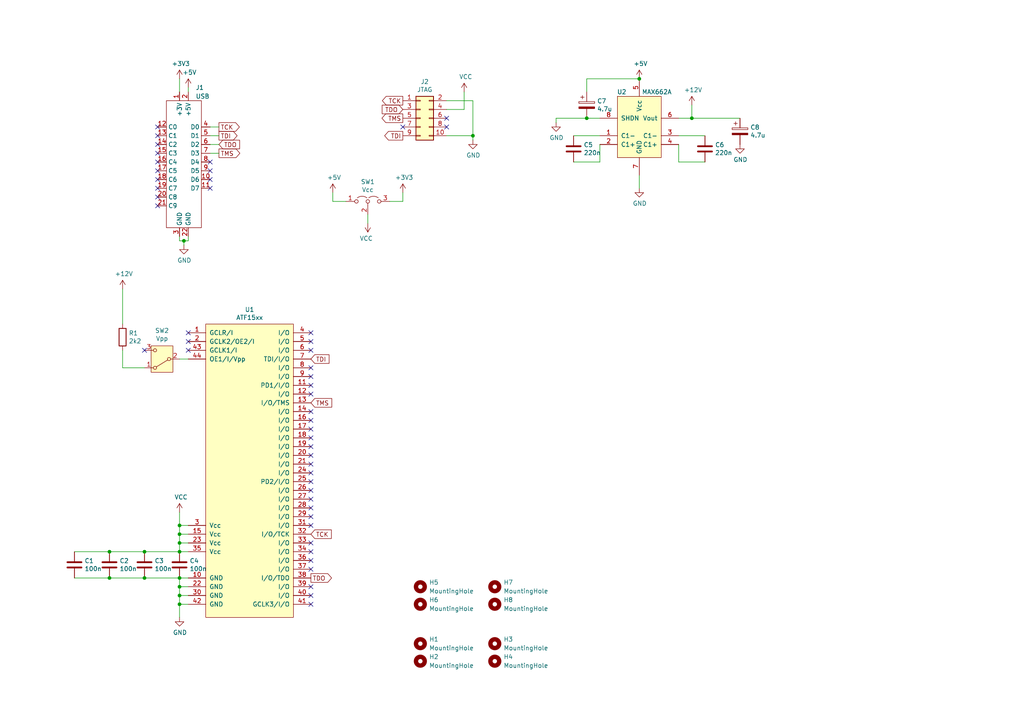
<source format=kicad_sch>
(kicad_sch (version 20250114) (generator "eeschema") (generator_version "9.0")
  (paper "A4")
  (title_block (title "ATF1504 - FT232HQ Adapter Shield") (date "2019-11-20") (rev "1") (company "hackup.net"))
  (lib_symbols
    (symbol "ATF2FT232HQ-rescue:+12V-power" (power) (pin_names (offset 0))
      (property "Value" "power_+12V" (at 0 3.556 0))
      (symbol "+12V-power_0_1"
        (polyline (pts (xy -0.762 1.27) (xy 0 2.54)))
        (polyline (pts (xy 0 2.54) (xy 0.762 1.27)))
        (polyline (pts (xy 0 0) (xy 0 2.54)))
      )
      (symbol "+12V-power_1_1"
        (pin power_in line (at 0 0 90) (length 0) (hide yes) (name "+12V") (number "1"))
      )
    )
    (symbol "ATF2FT232HQ-rescue:+3V3-power" (power) (pin_names (offset 0))
      (property "Value" "power_+3V3" (at 0 3.556 0))
      (symbol "+3V3-power_0_1"
        (polyline (pts (xy -0.762 1.27) (xy 0 2.54)))
        (polyline (pts (xy 0 2.54) (xy 0.762 1.27)))
        (polyline (pts (xy 0 0) (xy 0 2.54)))
      )
      (symbol "+3V3-power_1_1"
        (pin power_in line (at 0 0 90) (length 0) (hide yes) (name "+3V3") (number "1"))
      )
    )
    (symbol "ATF2FT232HQ-rescue:+5V-power" (power) (pin_names (offset 0))
      (property "Value" "power_+5V" (at 0 3.556 0))
      (symbol "+5V-power_0_1"
        (polyline (pts (xy -0.762 1.27) (xy 0 2.54)))
        (polyline (pts (xy 0 2.54) (xy 0.762 1.27)))
        (polyline (pts (xy 0 0) (xy 0 2.54)))
      )
      (symbol "+5V-power_1_1"
        (pin power_in line (at 0 0 90) (length 0) (hide yes) (name "+5V") (number "1"))
      )
    )
    (symbol "ATF2FT232HQ-rescue:ATF1504AS-10JU44-hackup" (pin_names (offset 1.016))
      (property "Reference" "U" (at 0 0 0))
      (property "Value" "hackup_ATF1504AS-10JU44" (at -5.08 13.97 90))
      (symbol "ATF1504AS-10JU44-hackup_0_1"
        (rectangle (start 12.7 49.53) (end -12.7 -35.56) (fill (type background)))
      )
      (symbol "ATF1504AS-10JU44-hackup_1_1"
        (pin input line (at -17.78 46.99 0) (length 5.08) (name "GCLR/I") (number "1"))
        (pin input line (at -17.78 44.45 0) (length 5.08) (name "GCLK2/OE2/I") (number "2"))
        (pin input line (at -17.78 41.91 0) (length 5.08) (name "GCLK1/I") (number "43"))
        (pin input line (at -17.78 39.37 0) (length 5.08) (name "OE1/I/Vpp") (number "44"))
        (pin power_in line (at -17.78 -8.89 0) (length 5.08) (name "Vcc") (number "3"))
        (pin power_in line (at -17.78 -11.43 0) (length 5.08) (name "Vcc") (number "15"))
        (pin power_in line (at -17.78 -13.97 0) (length 5.08) (name "Vcc") (number "23"))
        (pin power_in line (at -17.78 -16.51 0) (length 5.08) (name "Vcc") (number "35"))
        (pin power_in line (at -17.78 -24.13 0) (length 5.08) (name "GND") (number "10"))
        (pin power_in line (at -17.78 -26.67 0) (length 5.08) (name "GND") (number "22"))
        (pin power_in line (at -17.78 -29.21 0) (length 5.08) (name "GND") (number "30"))
        (pin power_in line (at -17.78 -31.75 0) (length 5.08) (name "GND") (number "42"))
        (pin bidirectional line (at 17.78 46.99 180) (length 5.08) (name "I/O") (number "4"))
        (pin bidirectional line (at 17.78 44.45 180) (length 5.08) (name "I/O") (number "5"))
        (pin bidirectional line (at 17.78 41.91 180) (length 5.08) (name "I/O") (number "6"))
        (pin bidirectional line (at 17.78 39.37 180) (length 5.08) (name "TDI/I/O") (number "7"))
        (pin bidirectional line (at 17.78 36.83 180) (length 5.08) (name "I/O") (number "8"))
        (pin bidirectional line (at 17.78 34.29 180) (length 5.08) (name "I/O") (number "9"))
        (pin bidirectional line (at 17.78 31.75 180) (length 5.08) (name "PD1/I/O") (number "11"))
        (pin bidirectional line (at 17.78 29.21 180) (length 5.08) (name "I/O") (number "12"))
        (pin bidirectional line (at 17.78 26.67 180) (length 5.08) (name "I/O/TMS") (number "13"))
        (pin bidirectional line (at 17.78 24.13 180) (length 5.08) (name "I/O") (number "14"))
        (pin bidirectional line (at 17.78 21.59 180) (length 5.08) (name "I/O") (number "16"))
        (pin bidirectional line (at 17.78 19.05 180) (length 5.08) (name "I/O") (number "17"))
        (pin bidirectional line (at 17.78 16.51 180) (length 5.08) (name "I/O") (number "18"))
        (pin bidirectional line (at 17.78 13.97 180) (length 5.08) (name "I/O") (number "19"))
        (pin bidirectional line (at 17.78 11.43 180) (length 5.08) (name "I/O") (number "20"))
        (pin bidirectional line (at 17.78 8.89 180) (length 5.08) (name "I/O") (number "21"))
        (pin bidirectional line (at 17.78 6.35 180) (length 5.08) (name "I/O") (number "24"))
        (pin bidirectional line (at 17.78 3.81 180) (length 5.08) (name "PD2/I/O") (number "25"))
        (pin bidirectional line (at 17.78 1.27 180) (length 5.08) (name "I/O") (number "26"))
        (pin bidirectional line (at 17.78 -1.27 180) (length 5.08) (name "I/O") (number "27"))
        (pin bidirectional line (at 17.78 -3.81 180) (length 5.08) (name "I/O") (number "28"))
        (pin bidirectional line (at 17.78 -6.35 180) (length 5.08) (name "I/O") (number "29"))
        (pin bidirectional line (at 17.78 -8.89 180) (length 5.08) (name "I/O") (number "31"))
        (pin bidirectional line (at 17.78 -11.43 180) (length 5.08) (name "I/O/TCK") (number "32"))
        (pin bidirectional line (at 17.78 -13.97 180) (length 5.08) (name "I/O") (number "33"))
        (pin bidirectional line (at 17.78 -16.51 180) (length 5.08) (name "I/O") (number "34"))
        (pin bidirectional line (at 17.78 -19.05 180) (length 5.08) (name "I/O") (number "36"))
        (pin bidirectional line (at 17.78 -21.59 180) (length 5.08) (name "I/O") (number "37"))
        (pin bidirectional line (at 17.78 -24.13 180) (length 5.08) (name "I/O/TDO") (number "38"))
        (pin bidirectional line (at 17.78 -26.67 180) (length 5.08) (name "I/O") (number "39"))
        (pin bidirectional line (at 17.78 -29.21 180) (length 5.08) (name "I/O") (number "40"))
        (pin bidirectional line (at 17.78 -31.75 180) (length 5.08) (name "GCLK3/I/O") (number "41"))
      )
    )
    (symbol "ATF2FT232HQ-rescue:CP-Device" (pin_numbers (hide yes)) (pin_names (offset 0.254))
      (property "Reference" "C" (at 0.635 2.54 0))
      (property "Value" "Device_CP" (at 0.635 -2.54 0))
      (symbol "CP-Device_0_1"
        (rectangle (start -2.286 0.508) (end 2.286 1.016))
        (polyline (pts (xy -1.778 2.286) (xy -0.762 2.286)))
        (polyline (pts (xy -1.27 2.794) (xy -1.27 1.778)))
        (rectangle (start 2.286 -0.508) (end -2.286 -1.016) (fill (type outline)))
      )
      (symbol "CP-Device_1_1"
        (pin passive line (at 0 3.81 270) (length 2.794) (name "~") (number "1"))
        (pin passive line (at 0 -3.81 90) (length 2.794) (name "~") (number "2"))
      )
    )
    (symbol "ATF2FT232HQ-rescue:GND-power" (power) (pin_names (offset 0))
      (property "Value" "power_GND" (at 0 -3.81 0))
      (symbol "GND-power_0_1"
        (polyline (pts (xy 0 0) (xy 0 -1.27) (xy 1.27 -1.27) (xy 0 -2.54) (xy -1.27 -1.27) (xy 0 -1.27)))
      )
      (symbol "GND-power_1_1"
        (pin power_in line (at 0 0 270) (length 0) (hide yes) (name "GND") (number "1"))
      )
    )
    (symbol "ATF2FT232HQ-rescue:Jumper_3_Open-Jumper" (pin_names (offset 0) (hide yes))
      (property "Reference" "JP" (at -2.54 -2.54 0))
      (property "Value" "Jumper_Jumper_3_Open" (at 0 2.794 0))
      (symbol "Jumper_3_Open-Jumper_0_0"
        (circle (center -3.302 0) (radius 0.508))
        (circle (center 0 0) (radius 0.508))
        (circle (center 3.302 0) (radius 0.508))
      )
      (symbol "Jumper_3_Open-Jumper_0_1"
        (arc (start -3.048 1.016) (mid -1.651 1.4992) (end -0.254 1.016))
        (polyline (pts (xy 0 -0.508) (xy 0 -1.27)))
        (arc (start 0.254 1.016) (mid 1.651 1.4992) (end 3.048 1.016))
      )
      (symbol "Jumper_3_Open-Jumper_1_1"
        (pin passive line (at -6.35 0 0) (length 2.54) (name "A") (number "1"))
        (pin input line (at 0 -3.81 90) (length 2.54) (name "C") (number "2"))
        (pin passive line (at 6.35 0 180) (length 2.54) (name "B") (number "3"))
      )
    )
    (symbol "ATF2FT232HQ-rescue:VCC-power" (power) (pin_names (offset 0))
      (property "Value" "power_VCC" (at 0 3.81 0))
      (symbol "VCC-power_0_1"
        (polyline (pts (xy -0.762 1.27) (xy 0 2.54)))
        (polyline (pts (xy 0 2.54) (xy 0.762 1.27)))
        (polyline (pts (xy 0 0) (xy 0 2.54)))
      )
      (symbol "VCC-power_1_1"
        (pin power_in line (at 0 0 90) (length 0) (hide yes) (name "VCC") (number "1"))
      )
    )
    (symbol "Connector_Generic:Conn_02x05_Odd_Even" (pin_names (offset 1.016) (hide yes))
      (property "Reference" "J" (at 1.27 7.62 0))
      (property "Value" "Conn_02x05_Odd_Even" (at 1.27 -7.62 0))
      (symbol "Conn_02x05_Odd_Even_1_1"
        (rectangle (start -1.27 6.35) (end 3.81 -6.35) (stroke (width 0.254)) (fill (type background)))
        (rectangle (start -1.27 5.207) (end 0 4.953) (stroke (width 0.1524)))
        (rectangle (start -1.27 2.667) (end 0 2.413) (stroke (width 0.1524)))
        (rectangle (start -1.27 0.127) (end 0 -0.127) (stroke (width 0.1524)))
        (rectangle (start -1.27 -2.413) (end 0 -2.667) (stroke (width 0.1524)))
        (rectangle (start -1.27 -4.953) (end 0 -5.207) (stroke (width 0.1524)))
        (rectangle (start 3.81 5.207) (end 2.54 4.953) (stroke (width 0.1524)))
        (rectangle (start 3.81 2.667) (end 2.54 2.413) (stroke (width 0.1524)))
        (rectangle (start 3.81 0.127) (end 2.54 -0.127) (stroke (width 0.1524)))
        (rectangle (start 3.81 -2.413) (end 2.54 -2.667) (stroke (width 0.1524)))
        (rectangle (start 3.81 -4.953) (end 2.54 -5.207) (stroke (width 0.1524)))
        (pin passive line (at -5.08 5.08 0) (length 3.81) (name "Pin_1") (number "1"))
        (pin passive line (at -5.08 2.54 0) (length 3.81) (name "Pin_3") (number "3"))
        (pin passive line (at -5.08 0 0) (length 3.81) (name "Pin_5") (number "5"))
        (pin passive line (at -5.08 -2.54 0) (length 3.81) (name "Pin_7") (number "7"))
        (pin passive line (at -5.08 -5.08 0) (length 3.81) (name "Pin_9") (number "9"))
        (pin passive line (at 7.62 5.08 180) (length 3.81) (name "Pin_2") (number "2"))
        (pin passive line (at 7.62 2.54 180) (length 3.81) (name "Pin_4") (number "4"))
        (pin passive line (at 7.62 0 180) (length 3.81) (name "Pin_6") (number "6"))
        (pin passive line (at 7.62 -2.54 180) (length 3.81) (name "Pin_8") (number "8"))
        (pin passive line (at 7.62 -5.08 180) (length 3.81) (name "Pin_10") (number "10"))
      )
    )
    (symbol "Device:C" (pin_numbers (hide yes)) (pin_names (offset 0.254))
      (property "Reference" "C" (at 0.635 2.54 0))
      (property "Value" "C" (at 0.635 -2.54 0))
      (symbol "C_0_1"
        (polyline (pts (xy -2.032 0.762) (xy 2.032 0.762)) (stroke (width 0.508)))
        (polyline (pts (xy -2.032 -0.762) (xy 2.032 -0.762)) (stroke (width 0.508)))
      )
      (symbol "C_1_1"
        (pin passive line (at 0 3.81 270) (length 2.794) (name "~") (number "1"))
        (pin passive line (at 0 -3.81 90) (length 2.794) (name "~") (number "2"))
      )
    )
    (symbol "Device:R" (pin_numbers (hide yes)) (pin_names (offset 0))
      (property "Reference" "R" (at 2.032 0 90))
      (property "Value" "R" (at 0 0 90))
      (symbol "R_0_1"
        (rectangle (start -1.016 -2.54) (end 1.016 2.54) (stroke (width 0.254)))
      )
      (symbol "R_1_1"
        (pin passive line (at 0 3.81 270) (length 1.27) (name "~") (number "1"))
        (pin passive line (at 0 -3.81 90) (length 1.27) (name "~") (number "2"))
      )
    )
    (symbol "Mechanical:MountingHole" (pin_names (offset 1.016)) (exclude_from_sim yes) (in_bom no)
      (property "Reference" "H" (at 0 5.08 0))
      (property "Value" "MountingHole" (at 0 3.175 0))
      (symbol "MountingHole_0_1"
        (circle (center 0 0) (radius 1.27) (stroke (width 1.27)))
      )
    )
    (symbol "Switch:SW_SPDT" (pin_names (offset 0) (hide yes))
      (property "Reference" "SW" (at 0 5.08 0))
      (property "Value" "SW_SPDT" (at 0 -5.08 0))
      (symbol "SW_SPDT_0_1"
        (circle (center -2.032 0) (radius 0.4572))
        (polyline (pts (xy -1.651 0.254) (xy 1.651 2.286)))
        (circle (center 2.032 2.54) (radius 0.4572))
        (circle (center 2.032 -2.54) (radius 0.4572))
      )
      (symbol "SW_SPDT_1_1"
        (rectangle (start -3.175 3.81) (end 3.175 -3.81) (fill (type background)))
        (pin passive line (at -5.08 0 0) (length 2.54) (name "B") (number "2"))
        (pin passive line (at 5.08 2.54 180) (length 2.54) (name "A") (number "1"))
        (pin passive line (at 5.08 -2.54 180) (length 2.54) (name "C") (number "3"))
      )
    )
    (symbol "T-Pau:FT232H_Breakout_Board"
      (property "Reference" "J" (at 0 -1.27 0))
      (property "Value" "FTH232H" (at 0 -3.81 0))
      (symbol "FT232H_Breakout_Board_0_1"
        (rectangle (start -5.08 44.45) (end 5.08 7.62))
      )
      (symbol "FT232H_Breakout_Board_1_1"
        (pin input line (at -7.62 36.83 0) (length 2.54) (name "C0") (number "12"))
        (pin input line (at -7.62 34.29 0) (length 2.54) (name "C1") (number "13"))
        (pin input line (at -7.62 31.75 0) (length 2.54) (name "C2") (number "14"))
        (pin input line (at -7.62 29.21 0) (length 2.54) (name "C3") (number "15"))
        (pin input line (at -7.62 26.67 0) (length 2.54) (name "C4") (number "16"))
        (pin input line (at -7.62 24.13 0) (length 2.54) (name "C5") (number "17"))
        (pin input line (at -7.62 21.59 0) (length 2.54) (name "C6") (number "18"))
        (pin input line (at -7.62 19.05 0) (length 2.54) (name "C7") (number "19"))
        (pin input line (at -7.62 16.51 0) (length 2.54) (name "C8") (number "20"))
        (pin input line (at -7.62 13.97 0) (length 2.54) (name "C9") (number "21"))
        (pin input line (at -1.27 46.99 270) (length 2.54) (name "+3V") (number "1"))
        (pin input line (at -1.27 5.08 90) (length 2.54) (name "GND") (number "3"))
        (pin input line (at 1.27 46.99 270) (length 2.54) (name "+5V") (number "2"))
        (pin input line (at 1.27 5.08 90) (length 2.54) (name "GND") (number "22"))
        (pin input line (at 7.62 36.83 180) (length 2.54) (name "D0") (number "4"))
        (pin input line (at 7.62 34.29 180) (length 2.54) (name "D1") (number "5"))
        (pin input line (at 7.62 31.75 180) (length 2.54) (name "D2") (number "6"))
        (pin input line (at 7.62 29.21 180) (length 2.54) (name "D3") (number "7"))
        (pin input line (at 7.62 26.67 180) (length 2.54) (name "D4") (number "8"))
        (pin input line (at 7.62 24.13 180) (length 2.54) (name "D5") (number "9"))
        (pin input line (at 7.62 21.59 180) (length 2.54) (name "D6") (number "10"))
        (pin input line (at 7.62 19.05 180) (length 2.54) (name "D7") (number "11"))
      )
    )
    (symbol "max662:MAX662A" (pin_names (offset 1.016))
      (property "Reference" "U" (at -5.08 11.43 0))
      (property "Value" "MAX662A" (at 0 3.81 0))
      (symbol "MAX662A_0_1"
        (rectangle (start 6.35 12.7) (end -6.35 -5.08) (fill (type background)))
      )
      (symbol "MAX662A_1_1"
        (pin input line (at -11.43 6.35 0) (length 5.08) (name "SHDN") (number "8"))
        (pin passive line (at -11.43 1.27 0) (length 5.08) (name "C1-") (number "1"))
        (pin passive line (at -11.43 -1.27 0) (length 5.08) (name "C1+") (number "2"))
        (pin power_in line (at 0 17.78 270) (length 5.08) (name "Vcc") (number "5"))
        (pin power_in line (at 0 -10.16 90) (length 5.08) (name "GND") (number "7"))
        (pin power_out line (at 11.43 6.35 180) (length 5.08) (name "Vout") (number "6"))
        (pin passive line (at 11.43 1.27 180) (length 5.08) (name "C1-") (number "3"))
        (pin passive line (at 11.43 -1.27 180) (length 5.08) (name "C1+") (number "4"))
      )
    )
  )
  (junction (at 52.07 172.72))
  (junction (at 52.07 157.48))
  (junction (at 31.75 160.02))
  (junction (at 52.07 160.02))
  (junction (at 53.34 69.85))
  (junction (at 52.07 175.26))
  (junction (at 52.07 154.94))
  (junction (at 41.91 160.02))
  (junction (at 200.66 34.29))
  (junction (at 52.07 152.4))
  (junction (at 31.75 167.64))
  (junction (at 52.07 167.64))
  (junction (at 185.42 22.86))
  (junction (at 170.18 34.29))
  (junction (at 41.91 167.64))
  (junction (at 137.16 39.37))
  (junction (at 52.07 170.18))
  (no_connect (at 129.54 34.29))
  (no_connect (at 90.17 172.72))
  (no_connect (at 90.17 129.54))
  (no_connect (at 45.72 52.07))
  (no_connect (at 45.72 41.91))
  (no_connect (at 45.72 49.53))
  (no_connect (at 90.17 162.56))
  (no_connect (at 60.96 49.53))
  (no_connect (at 45.72 57.15))
  (no_connect (at 41.91 101.6))
  (no_connect (at 45.72 39.37))
  (no_connect (at 90.17 160.02))
  (no_connect (at 90.17 134.62))
  (no_connect (at 90.17 106.68))
  (no_connect (at 60.96 46.99))
  (no_connect (at 54.61 96.52))
  (no_connect (at 90.17 152.4))
  (no_connect (at 90.17 142.24))
  (no_connect (at 90.17 170.18))
  (no_connect (at 129.54 36.83))
  (no_connect (at 90.17 175.26))
  (no_connect (at 90.17 121.92))
  (no_connect (at 90.17 124.46))
  (no_connect (at 90.17 101.6))
  (no_connect (at 90.17 137.16))
  (no_connect (at 90.17 165.1))
  (no_connect (at 90.17 96.52))
  (no_connect (at 45.72 54.61))
  (no_connect (at 60.96 54.61))
  (no_connect (at 90.17 149.86))
  (no_connect (at 54.61 101.6))
  (no_connect (at 45.72 59.69))
  (no_connect (at 90.17 147.32))
  (no_connect (at 45.72 36.83))
  (no_connect (at 90.17 157.48))
  (no_connect (at 90.17 111.76))
  (no_connect (at 90.17 139.7))
  (no_connect (at 116.84 36.83))
  (no_connect (at 90.17 99.06))
  (no_connect (at 90.17 127))
  (no_connect (at 54.61 99.06))
  (no_connect (at 45.72 46.99))
  (no_connect (at 60.96 52.07))
  (no_connect (at 90.17 132.08))
  (no_connect (at 90.17 144.78))
  (no_connect (at 90.17 119.38))
  (no_connect (at 90.17 114.3))
  (no_connect (at 45.72 44.45))
  (no_connect (at 90.17 109.22))
  (wire (pts (xy 54.61 167.64) (xy 52.07 167.64)))
  (wire (pts (xy 52.07 104.14) (xy 54.61 104.14)))
  (wire (pts (xy 96.52 58.42) (xy 100.33 58.42)))
  (wire (pts (xy 41.91 160.02) (xy 31.75 160.02)))
  (wire (pts (xy 137.16 39.37) (xy 137.16 40.64)))
  (wire (pts (xy 53.34 69.85) (xy 54.61 69.85)))
  (wire (pts (xy 166.37 46.99) (xy 173.99 46.99)))
  (wire (pts (xy 52.07 148.59) (xy 52.07 152.4)))
  (wire (pts (xy 52.07 22.86) (xy 52.07 26.67)))
  (wire (pts (xy 129.54 29.21) (xy 137.16 29.21)))
  (wire (pts (xy 35.56 106.68) (xy 41.91 106.68)))
  (wire (pts (xy 52.07 154.94) (xy 52.07 157.48)))
  (wire (pts (xy 52.07 160.02) (xy 54.61 160.02)))
  (wire (pts (xy 54.61 154.94) (xy 52.07 154.94)))
  (wire (pts (xy 54.61 170.18) (xy 52.07 170.18)))
  (wire (pts (xy 196.85 41.91) (xy 196.85 46.99)))
  (wire (pts (xy 196.85 39.37) (xy 204.47 39.37)))
  (wire (pts (xy 54.61 172.72) (xy 52.07 172.72)))
  (wire (pts (xy 52.07 167.64) (xy 52.07 170.18)))
  (wire (pts (xy 196.85 34.29) (xy 200.66 34.29)))
  (wire (pts (xy 60.96 44.45) (xy 63.5 44.45)))
  (wire (pts (xy 129.54 39.37) (xy 137.16 39.37)))
  (wire (pts (xy 96.52 55.88) (xy 96.52 58.42)))
  (wire (pts (xy 161.29 34.29) (xy 170.18 34.29)))
  (wire (pts (xy 170.18 34.29) (xy 173.99 34.29)))
  (wire (pts (xy 200.66 34.29) (xy 214.63 34.29)))
  (wire (pts (xy 185.42 50.8) (xy 185.42 54.61)))
  (wire (pts (xy 170.18 26.67) (xy 170.18 22.86)))
  (wire (pts (xy 52.07 152.4) (xy 52.07 154.94)))
  (wire (pts (xy 113.03 58.42) (xy 116.84 58.42)))
  (wire (pts (xy 60.96 36.83) (xy 63.5 36.83)))
  (wire (pts (xy 54.61 157.48) (xy 52.07 157.48)))
  (wire (pts (xy 196.85 46.99) (xy 204.47 46.99)))
  (wire (pts (xy 134.62 31.75) (xy 134.62 26.67)))
  (wire (pts (xy 31.75 160.02) (xy 21.59 160.02)))
  (wire (pts (xy 106.68 62.23) (xy 106.68 64.77)))
  (wire (pts (xy 60.96 39.37) (xy 63.5 39.37)))
  (wire (pts (xy 31.75 167.64) (xy 21.59 167.64)))
  (wire (pts (xy 52.07 170.18) (xy 52.07 172.72)))
  (wire (pts (xy 52.07 68.58) (xy 52.07 69.85)))
  (wire (pts (xy 41.91 167.64) (xy 31.75 167.64)))
  (wire (pts (xy 52.07 172.72) (xy 52.07 175.26)))
  (wire (pts (xy 54.61 25.4) (xy 54.61 26.67)))
  (wire (pts (xy 200.66 30.48) (xy 200.66 34.29)))
  (wire (pts (xy 52.07 160.02) (xy 41.91 160.02)))
  (wire (pts (xy 173.99 46.99) (xy 173.99 41.91)))
  (wire (pts (xy 54.61 152.4) (xy 52.07 152.4)))
  (wire (pts (xy 52.07 69.85) (xy 53.34 69.85)))
  (wire (pts (xy 166.37 39.37) (xy 173.99 39.37)))
  (wire (pts (xy 52.07 157.48) (xy 52.07 160.02)))
  (wire (pts (xy 54.61 69.85) (xy 54.61 68.58)))
  (wire (pts (xy 52.07 175.26) (xy 52.07 179.07)))
  (wire (pts (xy 116.84 58.42) (xy 116.84 55.88)))
  (wire (pts (xy 129.54 31.75) (xy 134.62 31.75)))
  (wire (pts (xy 170.18 22.86) (xy 185.42 22.86)))
  (wire (pts (xy 53.34 69.85) (xy 53.34 71.12)))
  (wire (pts (xy 137.16 29.21) (xy 137.16 39.37)))
  (wire (pts (xy 35.56 83.82) (xy 35.56 93.98)))
  (wire (pts (xy 52.07 167.64) (xy 41.91 167.64)))
  (wire (pts (xy 161.29 35.56) (xy 161.29 34.29)))
  (wire (pts (xy 60.96 41.91) (xy 63.5 41.91)))
  (wire (pts (xy 35.56 101.6) (xy 35.56 106.68)))
  (wire (pts (xy 54.61 175.26) (xy 52.07 175.26)))
  (global_label "TCK" (shape output) (at 116.84 29.21 180) (property "Intersheetrefs" "${INTERSHEET_REFS}" (effects (hide yes))))
  (global_label "TMS" (shape input) (at 90.17 116.84 0) (property "Intersheetrefs" "${INTERSHEET_REFS}" (effects (hide yes))))
  (global_label "TMS" (shape output) (at 63.5 44.45 0) (property "Intersheetrefs" "${INTERSHEET_REFS}" (effects (hide yes))))
  (global_label "TDO" (shape output) (at 90.17 167.64 0) (property "Intersheetrefs" "${INTERSHEET_REFS}" (effects (hide yes))))
  (global_label "TCK" (shape output) (at 63.5 36.83 0) (property "Intersheetrefs" "${INTERSHEET_REFS}" (effects (hide yes))))
  (global_label "TDI" (shape input) (at 90.17 104.14 0) (property "Intersheetrefs" "${INTERSHEET_REFS}" (effects (hide yes))))
  (global_label "TDI" (shape output) (at 63.5 39.37 0) (property "Intersheetrefs" "${INTERSHEET_REFS}" (effects (hide yes))))
  (global_label "TMS" (shape output) (at 116.84 34.29 180) (property "Intersheetrefs" "${INTERSHEET_REFS}" (effects (hide yes))))
  (global_label "TDI" (shape output) (at 116.84 39.37 180) (property "Intersheetrefs" "${INTERSHEET_REFS}" (effects (hide yes))))
  (global_label "TCK" (shape input) (at 90.17 154.94 0) (property "Intersheetrefs" "${INTERSHEET_REFS}" (effects (hide yes))))
  (global_label "TDO" (shape input) (at 63.5 41.91 0) (property "Intersheetrefs" "${INTERSHEET_REFS}" (effects (hide yes))))
  (global_label "TDO" (shape input) (at 116.84 31.75 180) (property "Intersheetrefs" "${INTERSHEET_REFS}" (effects (hide yes))))
  (symbol (lib_id "ATF2FT232HQ-rescue:ATF1504AS-10JU44-hackup") (at 72.39 143.51 0) (unit 1)
    (property "Reference" "U1" (at 72.39 89.789 0))
    (property "Value" "ATF15xx" (at 72.39 92.1004 0))
    (property "Footprint" "Package_LCC:PLCC-44_THT-Socket" (effects (hide yes)))
    (property "Datasheet" "http://ww1.microchip.com/downloads/en/DeviceDoc/Atmel-0950-CPLD-ATF1504AS(L)-Datasheet.pdf" (effects (hide yes)))
  )
  (symbol (lib_id "ATF2FT232HQ-rescue:+5V-power") (at 96.52 55.88 0) (unit 1)
    (property "Reference" "#PWR0105" (effects (hide yes)))
    (property "Value" "+5V" (at 96.901 51.4858 0))
  )
  (symbol (lib_id "ATF2FT232HQ-rescue:GND-power") (at 52.07 179.07 0) (unit 1)
    (property "Reference" "#PWR0106" (effects (hide yes)))
    (property "Value" "GND" (at 52.197 183.4642 0))
  )
  (symbol (lib_id "Device:R") (at 35.56 97.79 0) (unit 1)
    (property "Reference" "R1" (at 37.338 96.6216 0) (effects (justify left)))
    (property "Value" "2k2" (at 37.338 98.933 0) (effects (justify left)))
    (property "Footprint" "Resistor_THT:R_Axial_DIN0207_L6.3mm_D2.5mm_P10.16mm_Horizontal" (effects (hide yes)))
  )
  (symbol (lib_id "ATF2FT232HQ-rescue:+12V-power") (at 35.56 83.82 0) (unit 1)
    (property "Reference" "#PWR0107" (effects (hide yes)))
    (property "Value" "+12V" (at 35.941 79.4258 0))
  )
  (symbol (lib_id "Device:C") (at 21.59 163.83 0) (unit 1)
    (property "Reference" "C1" (at 24.511 162.6616 0) (effects (justify left)))
    (property "Value" "100n" (at 24.511 164.973 0) (effects (justify left)))
    (property "Footprint" "Capacitor_THT:C_Disc_D4.3mm_W1.9mm_P5.00mm" (effects (hide yes)))
  )
  (symbol (lib_id "Device:C") (at 31.75 163.83 0) (unit 1)
    (property "Reference" "C2" (at 34.671 162.6616 0) (effects (justify left)))
    (property "Value" "100n" (at 34.671 164.973 0) (effects (justify left)))
    (property "Footprint" "Capacitor_THT:C_Disc_D4.3mm_W1.9mm_P5.00mm" (effects (hide yes)))
  )
  (symbol (lib_id "Connector_Generic:Conn_02x05_Odd_Even") (at 121.92 34.29 0) (unit 1)
    (property "Reference" "J2" (at 123.19 23.6982 0))
    (property "Value" "JTAG" (at 123.19 26.0096 0))
    (property "Footprint" "Connector_IDC:IDC-Header_2x05_P2.54mm_Vertical" (effects (hide yes)))
  )
  (symbol (lib_id "Device:C") (at 41.91 163.83 0) (unit 1)
    (property "Reference" "C3" (at 44.831 162.6616 0) (effects (justify left)))
    (property "Value" "100n" (at 44.831 164.973 0) (effects (justify left)))
    (property "Footprint" "Capacitor_THT:C_Disc_D4.3mm_W1.9mm_P5.00mm" (effects (hide yes)))
  )
  (symbol (lib_id "Device:C") (at 52.07 163.83 0) (unit 1)
    (property "Reference" "C4" (at 54.991 162.6616 0) (effects (justify left)))
    (property "Value" "100n" (at 54.991 164.973 0) (effects (justify left)))
    (property "Footprint" "Capacitor_THT:C_Disc_D4.3mm_W1.9mm_P5.00mm" (effects (hide yes)))
  )
  (symbol (lib_id "Switch:SW_SPDT") (at 46.99 104.14 180) (unit 1)
    (property "Reference" "SW2" (at 46.99 95.885 0))
    (property "Value" "Vpp" (at 46.99 98.1964 0))
    (property "Footprint" "T-Pau:SS2513" (effects (hide yes)))
  )
  (symbol (lib_id "max662:MAX662A") (at 185.42 40.64 0) (unit 1)
    (property "Reference" "U2" (at 180.34 26.67 0))
    (property "Value" "MAX662A" (at 190.5 26.67 0))
    (property "Footprint" "Package_DIP:DIP-8_W7.62mm_LongPads" (effects (hide yes)))
  )
  (symbol (lib_id "Device:C") (at 166.37 43.18 0) (unit 1)
    (property "Reference" "C5" (at 169.291 42.0116 0) (effects (justify left)))
    (property "Value" "220n" (at 169.291 44.323 0) (effects (justify left)))
    (property "Footprint" "Capacitor_THT:C_Disc_D4.3mm_W1.9mm_P5.00mm" (effects (hide yes)))
  )
  (symbol (lib_id "Device:C") (at 204.47 43.18 0) (unit 1)
    (property "Reference" "C6" (at 207.391 42.0116 0) (effects (justify left)))
    (property "Value" "220n" (at 207.391 44.323 0) (effects (justify left)))
    (property "Footprint" "Capacitor_THT:C_Disc_D4.3mm_W1.9mm_P5.00mm" (effects (hide yes)))
  )
  (symbol (lib_id "ATF2FT232HQ-rescue:GND-power") (at 137.16 40.64 0) (unit 1)
    (property "Reference" "#PWR0115" (effects (hide yes)))
    (property "Value" "GND" (at 137.287 45.0342 0))
  )
  (symbol (lib_id "ATF2FT232HQ-rescue:VCC-power") (at 134.62 26.67 0) (unit 1)
    (property "Reference" "#PWR0116" (effects (hide yes)))
    (property "Value" "VCC" (at 135.0772 22.2758 0))
  )
  (symbol (lib_id "ATF2FT232HQ-rescue:+12V-power") (at 200.66 30.48 0) (unit 1)
    (property "Reference" "#PWR0109" (effects (hide yes)))
    (property "Value" "+12V" (at 201.041 26.0858 0))
  )
  (symbol (lib_id "ATF2FT232HQ-rescue:+5V-power") (at 185.42 22.86 0) (unit 1)
    (property "Reference" "#PWR0110" (effects (hide yes)))
    (property "Value" "+5V" (at 185.801 18.4658 0))
  )
  (symbol (lib_id "ATF2FT232HQ-rescue:GND-power") (at 185.42 54.61 0) (unit 1)
    (property "Reference" "#PWR0108" (effects (hide yes)))
    (property "Value" "GND" (at 185.547 59.0042 0))
  )
  (symbol (lib_id "ATF2FT232HQ-rescue:GND-power") (at 161.29 35.56 0) (unit 1)
    (property "Reference" "#PWR0117" (effects (hide yes)))
    (property "Value" "GND" (at 161.417 39.9542 0))
  )
  (symbol (lib_id "ATF2FT232HQ-rescue:CP-Device") (at 170.18 30.48 0) (unit 1)
    (property "Reference" "C7" (at 173.1772 29.3116 0) (effects (justify left)))
    (property "Value" "4.7u" (at 173.1772 31.623 0) (effects (justify left)))
    (property "Footprint" "Capacitor_THT:CP_Radial_D5.0mm_P2.50mm" (effects (hide yes)))
  )
  (symbol (lib_id "ATF2FT232HQ-rescue:CP-Device") (at 214.63 38.1 0) (unit 1)
    (property "Reference" "C8" (at 217.6272 36.9316 0) (effects (justify left)))
    (property "Value" "4.7u" (at 217.6272 39.243 0) (effects (justify left)))
    (property "Footprint" "Capacitor_THT:CP_Radial_D5.0mm_P2.50mm" (effects (hide yes)))
  )
  (symbol (lib_id "ATF2FT232HQ-rescue:GND-power") (at 214.63 41.91 0) (unit 1)
    (property "Reference" "#PWR0111" (effects (hide yes)))
    (property "Value" "GND" (at 214.757 46.3042 0))
  )
  (symbol (lib_id "ATF2FT232HQ-rescue:VCC-power") (at 52.07 148.59 0) (unit 1)
    (property "Reference" "#PWR0112" (effects (hide yes)))
    (property "Value" "VCC" (at 52.5018 144.1958 0))
  )
  (symbol (lib_id "ATF2FT232HQ-rescue:Jumper_3_Open-Jumper") (at 106.68 58.42 0) (unit 1)
    (property "Reference" "SW1" (at 106.68 52.7304 0))
    (property "Value" "Vcc" (at 106.68 55.0418 0))
    (property "Footprint" "T-Pau:SS2513" (effects (hide yes)))
  )
  (symbol (lib_id "ATF2FT232HQ-rescue:+3V3-power") (at 116.84 55.88 0) (unit 1)
    (property "Reference" "#PWR0113" (effects (hide yes)))
    (property "Value" "+3V3" (at 117.221 51.4858 0))
  )
  (symbol (lib_id "ATF2FT232HQ-rescue:VCC-power") (at 106.68 64.77 180) (unit 1)
    (property "Reference" "#PWR0114" (effects (hide yes)))
    (property "Value" "VCC" (at 106.2228 69.1642 0))
  )
  (symbol (lib_id "ATF2FT232HQ-rescue:+3V3-power") (at 52.07 22.86 0) (unit 1)
    (property "Reference" "#PWR0118" (effects (hide yes)))
    (property "Value" "+3V3" (at 52.451 18.4658 0))
  )
  (symbol (lib_id "Mechanical:MountingHole") (at 121.92 175.26 0) (unit 1) (exclude_from_sim yes) (in_bom no)
    (property "Reference" "H6" (at 124.46 173.9899 0) (effects (justify left)))
    (property "Value" "MountingHole" (at 124.46 176.5299 0) (effects (justify left)))
    (property "Footprint" "MountingHole:MountingHole_3.2mm_M3" (effects (hide yes)))
    (property "Description" "Mounting Hole without connection" (effects (hide yes)))
  )
  (symbol (lib_id "Mechanical:MountingHole") (at 121.92 191.77 0) (unit 1) (exclude_from_sim yes) (in_bom no)
    (property "Reference" "H2" (at 124.46 190.4999 0) (effects (justify left)))
    (property "Value" "MountingHole" (at 124.46 193.0399 0) (effects (justify left)))
    (property "Footprint" "MountingHole:MountingHole_2.7mm_M2.5" (effects (hide yes)))
    (property "Description" "Mounting Hole without connection" (effects (hide yes)))
  )
  (symbol (lib_id "T-Pau:FT232H_Breakout_Board") (at 53.34 73.66 0) (unit 1)
    (property "Reference" "J1" (at 56.7533 25.4 0) (effects (justify left)))
    (property "Value" "USB" (at 56.7533 27.94 0) (effects (justify left)))
    (property "Footprint" "T-Pau:FT232H" (effects (hide yes)))
  )
  (symbol (lib_id "Mechanical:MountingHole") (at 143.51 170.18 0) (unit 1) (exclude_from_sim yes) (in_bom no)
    (property "Reference" "H7" (at 146.05 168.9099 0) (effects (justify left)))
    (property "Value" "MountingHole" (at 146.05 171.4499 0) (effects (justify left)))
    (property "Footprint" "MountingHole:MountingHole_3.2mm_M3" (effects (hide yes)))
    (property "Description" "Mounting Hole without connection" (effects (hide yes)))
  )
  (symbol (lib_id "ATF2FT232HQ-rescue:+5V-power") (at 54.61 25.4 0) (unit 1)
    (property "Reference" "#PWR0119" (effects (hide yes)))
    (property "Value" "+5V" (at 54.991 21.0058 0))
  )
  (symbol (lib_id "Mechanical:MountingHole") (at 121.92 170.18 0) (unit 1) (exclude_from_sim yes) (in_bom no)
    (property "Reference" "H5" (at 124.46 168.9099 0) (effects (justify left)))
    (property "Value" "MountingHole" (at 124.46 171.4499 0) (effects (justify left)))
    (property "Footprint" "MountingHole:MountingHole_3.2mm_M3" (effects (hide yes)))
    (property "Description" "Mounting Hole without connection" (effects (hide yes)))
  )
  (symbol (lib_id "ATF2FT232HQ-rescue:GND-power") (at 53.34 71.12 0) (unit 1)
    (property "Reference" "#PWR0120" (effects (hide yes)))
    (property "Value" "GND" (at 53.467 75.5142 0))
  )
  (symbol (lib_id "Mechanical:MountingHole") (at 121.92 186.69 0) (unit 1) (exclude_from_sim yes) (in_bom no)
    (property "Reference" "H1" (at 124.46 185.4199 0) (effects (justify left)))
    (property "Value" "MountingHole" (at 124.46 187.9599 0) (effects (justify left)))
    (property "Footprint" "MountingHole:MountingHole_2.7mm_M2.5" (effects (hide yes)))
    (property "Description" "Mounting Hole without connection" (effects (hide yes)))
  )
  (symbol (lib_id "Mechanical:MountingHole") (at 143.51 186.69 0) (unit 1) (exclude_from_sim yes) (in_bom no)
    (property "Reference" "H3" (at 146.05 185.4199 0) (effects (justify left)))
    (property "Value" "MountingHole" (at 146.05 187.9599 0) (effects (justify left)))
    (property "Footprint" "MountingHole:MountingHole_2.7mm_M2.5" (effects (hide yes)))
    (property "Description" "Mounting Hole without connection" (effects (hide yes)))
  )
  (symbol (lib_id "Mechanical:MountingHole") (at 143.51 175.26 0) (unit 1) (exclude_from_sim yes) (in_bom no)
    (property "Reference" "H8" (at 146.05 173.9899 0) (effects (justify left)))
    (property "Value" "MountingHole" (at 146.05 176.5299 0) (effects (justify left)))
    (property "Footprint" "MountingHole:MountingHole_3.2mm_M3" (effects (hide yes)))
    (property "Description" "Mounting Hole without connection" (effects (hide yes)))
  )
  (symbol (lib_id "Mechanical:MountingHole") (at 143.51 191.77 0) (unit 1) (exclude_from_sim yes) (in_bom no)
    (property "Reference" "H4" (at 146.05 190.4999 0) (effects (justify left)))
    (property "Value" "MountingHole" (at 146.05 193.0399 0) (effects (justify left)))
    (property "Footprint" "MountingHole:MountingHole_2.7mm_M2.5" (effects (hide yes)))
    (property "Description" "Mounting Hole without connection" (effects (hide yes)))
  )
)
</source>
